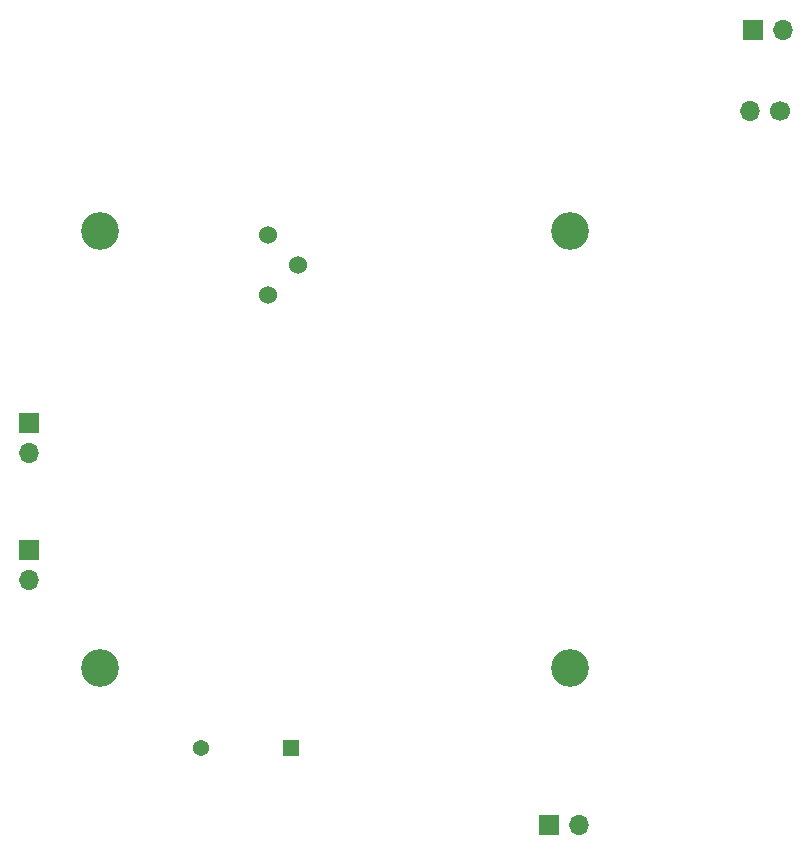
<source format=gbr>
%TF.GenerationSoftware,KiCad,Pcbnew,8.0.0*%
%TF.CreationDate,2024-06-21T16:47:30+05:30*%
%TF.ProjectId,HV_POWER_SUPPLY,48565f50-4f57-4455-925f-535550504c59,rev?*%
%TF.SameCoordinates,Original*%
%TF.FileFunction,Soldermask,Bot*%
%TF.FilePolarity,Negative*%
%FSLAX46Y46*%
G04 Gerber Fmt 4.6, Leading zero omitted, Abs format (unit mm)*
G04 Created by KiCad (PCBNEW 8.0.0) date 2024-06-21 16:47:30*
%MOMM*%
%LPD*%
G01*
G04 APERTURE LIST*
%ADD10O,1.700000X1.700000*%
%ADD11C,1.700000*%
%ADD12R,1.700000X1.700000*%
%ADD13C,1.371600*%
%ADD14R,1.371600X1.371600*%
%ADD15C,1.524003*%
%ADD16C,3.200000*%
G04 APERTURE END LIST*
D10*
%TO.C,U14*%
X118530002Y-47117497D03*
D11*
X121070002Y-47117497D03*
%TD*%
D10*
%TO.C,J1*%
X104015000Y-107500000D03*
D12*
X101475000Y-107500000D03*
%TD*%
D10*
%TO.C,J3*%
X121265000Y-40250000D03*
D12*
X118725000Y-40250000D03*
%TD*%
D13*
%TO.C,U16*%
X72033250Y-101000000D03*
D14*
X79633250Y-101000000D03*
%TD*%
D15*
%TO.C,R8*%
X77679997Y-62670002D03*
X80220003Y-60129997D03*
X77679997Y-57589992D03*
%TD*%
D16*
%TO.C,H3*%
X103250000Y-57250000D03*
%TD*%
D10*
%TO.C,J4*%
X57500000Y-76000000D03*
D12*
X57500000Y-73460000D03*
%TD*%
D16*
%TO.C,H1*%
X63500000Y-57250000D03*
%TD*%
%TO.C,H4*%
X103250000Y-94250000D03*
%TD*%
D10*
%TO.C,J2*%
X57500000Y-86750000D03*
D12*
X57500000Y-84210000D03*
%TD*%
D16*
%TO.C,H2*%
X63500000Y-94250000D03*
%TD*%
M02*

</source>
